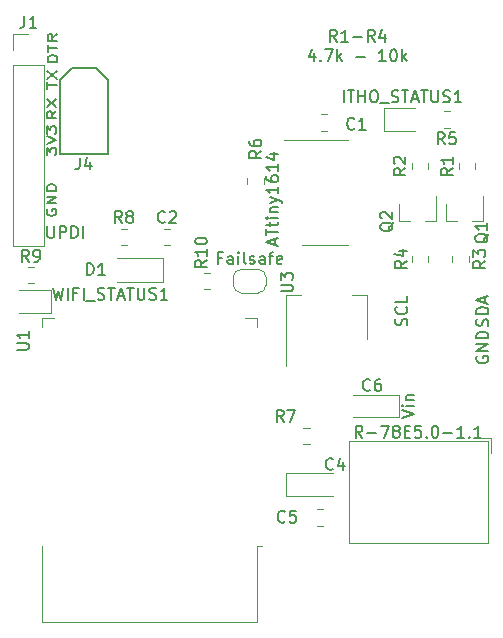
<source format=gto>
G04 #@! TF.GenerationSoftware,KiCad,Pcbnew,(5.1.9-0-10_14)*
G04 #@! TF.CreationDate,2021-01-13T19:52:55+01:00*
G04 #@! TF.ProjectId,ithowifi,6974686f-7769-4666-992e-6b696361645f,rev?*
G04 #@! TF.SameCoordinates,Original*
G04 #@! TF.FileFunction,Legend,Top*
G04 #@! TF.FilePolarity,Positive*
%FSLAX46Y46*%
G04 Gerber Fmt 4.6, Leading zero omitted, Abs format (unit mm)*
G04 Created by KiCad (PCBNEW (5.1.9-0-10_14)) date 2021-01-13 19:52:55*
%MOMM*%
%LPD*%
G01*
G04 APERTURE LIST*
%ADD10C,0.150000*%
%ADD11C,0.120000*%
G04 APERTURE END LIST*
D10*
X87331600Y-121259504D02*
X87293504Y-121354742D01*
X87293504Y-121497600D01*
X87331600Y-121640457D01*
X87407790Y-121735695D01*
X87483980Y-121783314D01*
X87636361Y-121830933D01*
X87750647Y-121830933D01*
X87903028Y-121783314D01*
X87979219Y-121735695D01*
X88055409Y-121640457D01*
X88093504Y-121497600D01*
X88093504Y-121402361D01*
X88055409Y-121259504D01*
X88017314Y-121211885D01*
X87750647Y-121211885D01*
X87750647Y-121402361D01*
X88093504Y-120783314D02*
X87293504Y-120783314D01*
X88093504Y-120211885D01*
X87293504Y-120211885D01*
X88093504Y-119735695D02*
X87293504Y-119735695D01*
X87293504Y-119497600D01*
X87331600Y-119354742D01*
X87407790Y-119259504D01*
X87483980Y-119211885D01*
X87636361Y-119164266D01*
X87750647Y-119164266D01*
X87903028Y-119211885D01*
X87979219Y-119259504D01*
X88055409Y-119354742D01*
X88093504Y-119497600D01*
X88093504Y-119735695D01*
X87268104Y-116681095D02*
X87268104Y-116062047D01*
X87572866Y-116395380D01*
X87572866Y-116252523D01*
X87610961Y-116157285D01*
X87649057Y-116109666D01*
X87725247Y-116062047D01*
X87915723Y-116062047D01*
X87991914Y-116109666D01*
X88030009Y-116157285D01*
X88068104Y-116252523D01*
X88068104Y-116538238D01*
X88030009Y-116633476D01*
X87991914Y-116681095D01*
X87268104Y-115776333D02*
X88068104Y-115443000D01*
X87268104Y-115109666D01*
X87268104Y-114871571D02*
X87268104Y-114252523D01*
X87572866Y-114585857D01*
X87572866Y-114443000D01*
X87610961Y-114347761D01*
X87649057Y-114300142D01*
X87725247Y-114252523D01*
X87915723Y-114252523D01*
X87991914Y-114300142D01*
X88030009Y-114347761D01*
X88068104Y-114443000D01*
X88068104Y-114728714D01*
X88030009Y-114823952D01*
X87991914Y-114871571D01*
X87325390Y-122693180D02*
X87325390Y-123502704D01*
X87373009Y-123597942D01*
X87420628Y-123645561D01*
X87515866Y-123693180D01*
X87706342Y-123693180D01*
X87801580Y-123645561D01*
X87849200Y-123597942D01*
X87896819Y-123502704D01*
X87896819Y-122693180D01*
X88373009Y-123693180D02*
X88373009Y-122693180D01*
X88753961Y-122693180D01*
X88849200Y-122740800D01*
X88896819Y-122788419D01*
X88944438Y-122883657D01*
X88944438Y-123026514D01*
X88896819Y-123121752D01*
X88849200Y-123169371D01*
X88753961Y-123216990D01*
X88373009Y-123216990D01*
X89373009Y-123693180D02*
X89373009Y-122693180D01*
X89611104Y-122693180D01*
X89753961Y-122740800D01*
X89849200Y-122836038D01*
X89896819Y-122931276D01*
X89944438Y-123121752D01*
X89944438Y-123264609D01*
X89896819Y-123455085D01*
X89849200Y-123550323D01*
X89753961Y-123645561D01*
X89611104Y-123693180D01*
X89373009Y-123693180D01*
X90373009Y-123693180D02*
X90373009Y-122693180D01*
X88093504Y-112968066D02*
X87712552Y-113301400D01*
X88093504Y-113539495D02*
X87293504Y-113539495D01*
X87293504Y-113158542D01*
X87331600Y-113063304D01*
X87369695Y-113015685D01*
X87445885Y-112968066D01*
X87560171Y-112968066D01*
X87636361Y-113015685D01*
X87674457Y-113063304D01*
X87712552Y-113158542D01*
X87712552Y-113539495D01*
X87293504Y-112634733D02*
X88093504Y-111968066D01*
X87293504Y-111968066D02*
X88093504Y-112634733D01*
X87318904Y-111048704D02*
X87318904Y-110477276D01*
X88118904Y-110762990D02*
X87318904Y-110762990D01*
X87318904Y-110239180D02*
X88118904Y-109572514D01*
X87318904Y-109572514D02*
X88118904Y-110239180D01*
X88144304Y-108788057D02*
X87344304Y-108788057D01*
X87344304Y-108549961D01*
X87382400Y-108407104D01*
X87458590Y-108311866D01*
X87534780Y-108264247D01*
X87687161Y-108216628D01*
X87801447Y-108216628D01*
X87953828Y-108264247D01*
X88030019Y-108311866D01*
X88106209Y-108407104D01*
X88144304Y-108549961D01*
X88144304Y-108788057D01*
X87344304Y-107930914D02*
X87344304Y-107359485D01*
X88144304Y-107645200D02*
X87344304Y-107645200D01*
X88144304Y-106454723D02*
X87763352Y-106788057D01*
X88144304Y-107026152D02*
X87344304Y-107026152D01*
X87344304Y-106645200D01*
X87382400Y-106549961D01*
X87420495Y-106502342D01*
X87496685Y-106454723D01*
X87610971Y-106454723D01*
X87687161Y-106502342D01*
X87725257Y-106549961D01*
X87763352Y-106645200D01*
X87763352Y-107026152D01*
X111839595Y-107082080D02*
X111506261Y-106605890D01*
X111268166Y-107082080D02*
X111268166Y-106082080D01*
X111649119Y-106082080D01*
X111744357Y-106129700D01*
X111791976Y-106177319D01*
X111839595Y-106272557D01*
X111839595Y-106415414D01*
X111791976Y-106510652D01*
X111744357Y-106558271D01*
X111649119Y-106605890D01*
X111268166Y-106605890D01*
X112791976Y-107082080D02*
X112220547Y-107082080D01*
X112506261Y-107082080D02*
X112506261Y-106082080D01*
X112411023Y-106224938D01*
X112315785Y-106320176D01*
X112220547Y-106367795D01*
X113220547Y-106701128D02*
X113982452Y-106701128D01*
X115030071Y-107082080D02*
X114696738Y-106605890D01*
X114458642Y-107082080D02*
X114458642Y-106082080D01*
X114839595Y-106082080D01*
X114934833Y-106129700D01*
X114982452Y-106177319D01*
X115030071Y-106272557D01*
X115030071Y-106415414D01*
X114982452Y-106510652D01*
X114934833Y-106558271D01*
X114839595Y-106605890D01*
X114458642Y-106605890D01*
X115887214Y-106415414D02*
X115887214Y-107082080D01*
X115649119Y-106034461D02*
X115411023Y-106748747D01*
X116030071Y-106748747D01*
X109934833Y-108065414D02*
X109934833Y-108732080D01*
X109696738Y-107684461D02*
X109458642Y-108398747D01*
X110077690Y-108398747D01*
X110458642Y-108636842D02*
X110506261Y-108684461D01*
X110458642Y-108732080D01*
X110411023Y-108684461D01*
X110458642Y-108636842D01*
X110458642Y-108732080D01*
X110839595Y-107732080D02*
X111506261Y-107732080D01*
X111077690Y-108732080D01*
X111887214Y-108732080D02*
X111887214Y-107732080D01*
X111982452Y-108351128D02*
X112268166Y-108732080D01*
X112268166Y-108065414D02*
X111887214Y-108446366D01*
X113458642Y-108351128D02*
X114220547Y-108351128D01*
X115982452Y-108732080D02*
X115411023Y-108732080D01*
X115696738Y-108732080D02*
X115696738Y-107732080D01*
X115601500Y-107874938D01*
X115506261Y-107970176D01*
X115411023Y-108017795D01*
X116601500Y-107732080D02*
X116696738Y-107732080D01*
X116791976Y-107779700D01*
X116839595Y-107827319D01*
X116887214Y-107922557D01*
X116934833Y-108113033D01*
X116934833Y-108351128D01*
X116887214Y-108541604D01*
X116839595Y-108636842D01*
X116791976Y-108684461D01*
X116696738Y-108732080D01*
X116601500Y-108732080D01*
X116506261Y-108684461D01*
X116458642Y-108636842D01*
X116411023Y-108541604D01*
X116363404Y-108351128D01*
X116363404Y-108113033D01*
X116411023Y-107922557D01*
X116458642Y-107827319D01*
X116506261Y-107779700D01*
X116601500Y-107732080D01*
X117363404Y-108732080D02*
X117363404Y-107732080D01*
X117458642Y-108351128D02*
X117744357Y-108732080D01*
X117744357Y-108065414D02*
X117363404Y-108446366D01*
X117346480Y-138920409D02*
X118346480Y-138587076D01*
X117346480Y-138253742D01*
X118346480Y-137920409D02*
X117679814Y-137920409D01*
X117346480Y-137920409D02*
X117394100Y-137968028D01*
X117441719Y-137920409D01*
X117394100Y-137872790D01*
X117346480Y-137920409D01*
X117441719Y-137920409D01*
X117679814Y-137444219D02*
X118346480Y-137444219D01*
X117775052Y-137444219D02*
X117727433Y-137396600D01*
X117679814Y-137301361D01*
X117679814Y-137158504D01*
X117727433Y-137063266D01*
X117822671Y-137015647D01*
X118346480Y-137015647D01*
X123706000Y-133730904D02*
X123658380Y-133826142D01*
X123658380Y-133969000D01*
X123706000Y-134111857D01*
X123801238Y-134207095D01*
X123896476Y-134254714D01*
X124086952Y-134302333D01*
X124229809Y-134302333D01*
X124420285Y-134254714D01*
X124515523Y-134207095D01*
X124610761Y-134111857D01*
X124658380Y-133969000D01*
X124658380Y-133873761D01*
X124610761Y-133730904D01*
X124563142Y-133683285D01*
X124229809Y-133683285D01*
X124229809Y-133873761D01*
X124658380Y-133254714D02*
X123658380Y-133254714D01*
X124658380Y-132683285D01*
X123658380Y-132683285D01*
X124658380Y-132207095D02*
X123658380Y-132207095D01*
X123658380Y-131969000D01*
X123706000Y-131826142D01*
X123801238Y-131730904D01*
X123896476Y-131683285D01*
X124086952Y-131635666D01*
X124229809Y-131635666D01*
X124420285Y-131683285D01*
X124515523Y-131730904D01*
X124610761Y-131826142D01*
X124658380Y-131969000D01*
X124658380Y-132207095D01*
X117752761Y-131111476D02*
X117800380Y-130968619D01*
X117800380Y-130730523D01*
X117752761Y-130635285D01*
X117705142Y-130587666D01*
X117609904Y-130540047D01*
X117514666Y-130540047D01*
X117419428Y-130587666D01*
X117371809Y-130635285D01*
X117324190Y-130730523D01*
X117276571Y-130921000D01*
X117228952Y-131016238D01*
X117181333Y-131063857D01*
X117086095Y-131111476D01*
X116990857Y-131111476D01*
X116895619Y-131063857D01*
X116848000Y-131016238D01*
X116800380Y-130921000D01*
X116800380Y-130682904D01*
X116848000Y-130540047D01*
X117705142Y-129540047D02*
X117752761Y-129587666D01*
X117800380Y-129730523D01*
X117800380Y-129825761D01*
X117752761Y-129968619D01*
X117657523Y-130063857D01*
X117562285Y-130111476D01*
X117371809Y-130159095D01*
X117228952Y-130159095D01*
X117038476Y-130111476D01*
X116943238Y-130063857D01*
X116848000Y-129968619D01*
X116800380Y-129825761D01*
X116800380Y-129730523D01*
X116848000Y-129587666D01*
X116895619Y-129540047D01*
X117800380Y-128635285D02*
X117800380Y-129111476D01*
X116800380Y-129111476D01*
X124610761Y-131135285D02*
X124658380Y-130992428D01*
X124658380Y-130754333D01*
X124610761Y-130659095D01*
X124563142Y-130611476D01*
X124467904Y-130563857D01*
X124372666Y-130563857D01*
X124277428Y-130611476D01*
X124229809Y-130659095D01*
X124182190Y-130754333D01*
X124134571Y-130944809D01*
X124086952Y-131040047D01*
X124039333Y-131087666D01*
X123944095Y-131135285D01*
X123848857Y-131135285D01*
X123753619Y-131087666D01*
X123706000Y-131040047D01*
X123658380Y-130944809D01*
X123658380Y-130706714D01*
X123706000Y-130563857D01*
X124658380Y-130135285D02*
X123658380Y-130135285D01*
X123658380Y-129897190D01*
X123706000Y-129754333D01*
X123801238Y-129659095D01*
X123896476Y-129611476D01*
X124086952Y-129563857D01*
X124229809Y-129563857D01*
X124420285Y-129611476D01*
X124515523Y-129659095D01*
X124610761Y-129754333D01*
X124658380Y-129897190D01*
X124658380Y-130135285D01*
X124372666Y-129182904D02*
X124372666Y-128706714D01*
X124658380Y-129278142D02*
X123658380Y-128944809D01*
X124658380Y-128611476D01*
X88366600Y-116560600D02*
X92430600Y-116560600D01*
X92430600Y-116560600D02*
X92430600Y-110337600D01*
X92430600Y-110337600D02*
X91414600Y-109321600D01*
X91414600Y-109321600D02*
X89382600Y-109321600D01*
X89382600Y-109321600D02*
X88366600Y-110337600D01*
X88366600Y-110337600D02*
X88366600Y-116560600D01*
D11*
X105097600Y-149805400D02*
X105477600Y-149805400D01*
X105097600Y-156225400D02*
X105097600Y-149805400D01*
X86857600Y-156225400D02*
X86857600Y-149805400D01*
X105097600Y-156225400D02*
X86857600Y-156225400D01*
X86857600Y-130480400D02*
X87857600Y-130480400D01*
X86857600Y-131260400D02*
X86857600Y-130480400D01*
X105097600Y-130480400D02*
X104097600Y-130480400D01*
X105097600Y-131260400D02*
X105097600Y-130480400D01*
X105155200Y-128355600D02*
X103755200Y-128355600D01*
X103055200Y-127655600D02*
X103055200Y-127055600D01*
X103755200Y-126355600D02*
X105155200Y-126355600D01*
X105855200Y-127055600D02*
X105855200Y-127655600D01*
X105855200Y-127655600D02*
G75*
G02*
X105155200Y-128355600I-700000J0D01*
G01*
X105155200Y-126355600D02*
G75*
G02*
X105855200Y-127055600I0J-700000D01*
G01*
X103055200Y-127055600D02*
G75*
G02*
X103755200Y-126355600I700000J0D01*
G01*
X103755200Y-128355600D02*
G75*
G02*
X103055200Y-127655600I0J700000D01*
G01*
X100607122Y-128065600D02*
X101124278Y-128065600D01*
X100607122Y-126645600D02*
X101124278Y-126645600D01*
X117134500Y-136961600D02*
X113224500Y-136961600D01*
X117134500Y-138831600D02*
X117134500Y-136961600D01*
X113224500Y-138831600D02*
X117134500Y-138831600D01*
X107570400Y-145511800D02*
X111480400Y-145511800D01*
X107570400Y-143641800D02*
X107570400Y-145511800D01*
X111480400Y-143641800D02*
X107570400Y-143641800D01*
X87610900Y-128122800D02*
X84925900Y-128122800D01*
X87610900Y-130042800D02*
X87610900Y-128122800D01*
X84925900Y-130042800D02*
X87610900Y-130042800D01*
X86184478Y-126137600D02*
X85667322Y-126137600D01*
X86184478Y-127557600D02*
X85667322Y-127557600D01*
X107537200Y-134503600D02*
X107537200Y-128493600D01*
X114357200Y-132253600D02*
X114357200Y-128493600D01*
X107537200Y-128493600D02*
X108797200Y-128493600D01*
X114357200Y-128493600D02*
X113097200Y-128493600D01*
X93541322Y-124331800D02*
X94058478Y-124331800D01*
X93541322Y-122911800D02*
X94058478Y-122911800D01*
X109012222Y-141172000D02*
X109529378Y-141172000D01*
X109012222Y-139752000D02*
X109529378Y-139752000D01*
X84395000Y-106467600D02*
X85725000Y-106467600D01*
X84395000Y-107797600D02*
X84395000Y-106467600D01*
X84395000Y-109067600D02*
X87055000Y-109067600D01*
X87055000Y-109067600D02*
X87055000Y-124367600D01*
X84395000Y-109067600D02*
X84395000Y-124367600D01*
X84395000Y-124367600D02*
X87055000Y-124367600D01*
X97120000Y-127415800D02*
X93220000Y-127415800D01*
X97120000Y-125415800D02*
X93220000Y-125415800D01*
X97120000Y-127415800D02*
X97120000Y-125415800D01*
X110178322Y-148080800D02*
X110695478Y-148080800D01*
X110178322Y-146660800D02*
X110695478Y-146660800D01*
X97716078Y-122911800D02*
X97198922Y-122911800D01*
X97716078Y-124331800D02*
X97198922Y-124331800D01*
X115790000Y-114625000D02*
X118475000Y-114625000D01*
X115790000Y-112705000D02*
X115790000Y-114625000D01*
X118475000Y-112705000D02*
X115790000Y-112705000D01*
X104217400Y-119153678D02*
X104217400Y-118636522D01*
X105637400Y-119153678D02*
X105637400Y-118636522D01*
X121388878Y-112955000D02*
X120871722Y-112955000D01*
X121388878Y-114375000D02*
X120871722Y-114375000D01*
X118162000Y-125217422D02*
X118162000Y-125734578D01*
X119582000Y-125217422D02*
X119582000Y-125734578D01*
X121591000Y-125217422D02*
X121591000Y-125734578D01*
X123011000Y-125217422D02*
X123011000Y-125734578D01*
X118162000Y-117365822D02*
X118162000Y-117882978D01*
X119582000Y-117365822D02*
X119582000Y-117882978D01*
X123569800Y-117882978D02*
X123569800Y-117365822D01*
X122149800Y-117882978D02*
X122149800Y-117365822D01*
X110462322Y-113234400D02*
X110979478Y-113234400D01*
X110462322Y-114654400D02*
X110979478Y-114654400D01*
X117078600Y-122299000D02*
X117078600Y-120839000D01*
X120238600Y-122299000D02*
X120238600Y-120139000D01*
X120238600Y-122299000D02*
X119308600Y-122299000D01*
X117078600Y-122299000D02*
X118008600Y-122299000D01*
X121076600Y-122299000D02*
X121076600Y-120839000D01*
X124236600Y-122299000D02*
X124236600Y-120139000D01*
X124236600Y-122299000D02*
X123306600Y-122299000D01*
X121076600Y-122299000D02*
X122006600Y-122299000D01*
X110809000Y-124297600D02*
X112759000Y-124297600D01*
X110809000Y-124297600D02*
X108859000Y-124297600D01*
X110809000Y-115427600D02*
X112759000Y-115427600D01*
X110809000Y-115427600D02*
X107359000Y-115427600D01*
X124870600Y-140651200D02*
X123630600Y-140651200D01*
X124870600Y-141891200D02*
X124870600Y-140651200D01*
X112909600Y-149511200D02*
X112909600Y-140891200D01*
X124630600Y-149511200D02*
X124630600Y-140891200D01*
X124630600Y-140891200D02*
X112909600Y-140891200D01*
X124630600Y-149511200D02*
X112909600Y-149511200D01*
D10*
X90052566Y-116901980D02*
X90052566Y-117616266D01*
X90004947Y-117759123D01*
X89909709Y-117854361D01*
X89766852Y-117901980D01*
X89671614Y-117901980D01*
X90957328Y-117235314D02*
X90957328Y-117901980D01*
X90719233Y-116854361D02*
X90481138Y-117568647D01*
X91100185Y-117568647D01*
X84732880Y-133172104D02*
X85542404Y-133172104D01*
X85637642Y-133124485D01*
X85685261Y-133076866D01*
X85732880Y-132981628D01*
X85732880Y-132791152D01*
X85685261Y-132695914D01*
X85637642Y-132648295D01*
X85542404Y-132600676D01*
X84732880Y-132600676D01*
X85732880Y-131600676D02*
X85732880Y-132172104D01*
X85732880Y-131886390D02*
X84732880Y-131886390D01*
X84875738Y-131981628D01*
X84970976Y-132076866D01*
X85018595Y-132172104D01*
X102074247Y-125384171D02*
X101740914Y-125384171D01*
X101740914Y-125907980D02*
X101740914Y-124907980D01*
X102217104Y-124907980D01*
X103026628Y-125907980D02*
X103026628Y-125384171D01*
X102979009Y-125288933D01*
X102883771Y-125241314D01*
X102693295Y-125241314D01*
X102598057Y-125288933D01*
X103026628Y-125860361D02*
X102931390Y-125907980D01*
X102693295Y-125907980D01*
X102598057Y-125860361D01*
X102550438Y-125765123D01*
X102550438Y-125669885D01*
X102598057Y-125574647D01*
X102693295Y-125527028D01*
X102931390Y-125527028D01*
X103026628Y-125479409D01*
X103502819Y-125907980D02*
X103502819Y-125241314D01*
X103502819Y-124907980D02*
X103455200Y-124955600D01*
X103502819Y-125003219D01*
X103550438Y-124955600D01*
X103502819Y-124907980D01*
X103502819Y-125003219D01*
X104121866Y-125907980D02*
X104026628Y-125860361D01*
X103979009Y-125765123D01*
X103979009Y-124907980D01*
X104455200Y-125860361D02*
X104550438Y-125907980D01*
X104740914Y-125907980D01*
X104836152Y-125860361D01*
X104883771Y-125765123D01*
X104883771Y-125717504D01*
X104836152Y-125622266D01*
X104740914Y-125574647D01*
X104598057Y-125574647D01*
X104502819Y-125527028D01*
X104455200Y-125431790D01*
X104455200Y-125384171D01*
X104502819Y-125288933D01*
X104598057Y-125241314D01*
X104740914Y-125241314D01*
X104836152Y-125288933D01*
X105740914Y-125907980D02*
X105740914Y-125384171D01*
X105693295Y-125288933D01*
X105598057Y-125241314D01*
X105407580Y-125241314D01*
X105312342Y-125288933D01*
X105740914Y-125860361D02*
X105645676Y-125907980D01*
X105407580Y-125907980D01*
X105312342Y-125860361D01*
X105264723Y-125765123D01*
X105264723Y-125669885D01*
X105312342Y-125574647D01*
X105407580Y-125527028D01*
X105645676Y-125527028D01*
X105740914Y-125479409D01*
X106074247Y-125241314D02*
X106455200Y-125241314D01*
X106217104Y-125907980D02*
X106217104Y-125050838D01*
X106264723Y-124955600D01*
X106359961Y-124907980D01*
X106455200Y-124907980D01*
X107169485Y-125860361D02*
X107074247Y-125907980D01*
X106883771Y-125907980D01*
X106788533Y-125860361D01*
X106740914Y-125765123D01*
X106740914Y-125384171D01*
X106788533Y-125288933D01*
X106883771Y-125241314D01*
X107074247Y-125241314D01*
X107169485Y-125288933D01*
X107217104Y-125384171D01*
X107217104Y-125479409D01*
X106740914Y-125574647D01*
X100833180Y-125585457D02*
X100356990Y-125918790D01*
X100833180Y-126156885D02*
X99833180Y-126156885D01*
X99833180Y-125775933D01*
X99880800Y-125680695D01*
X99928419Y-125633076D01*
X100023657Y-125585457D01*
X100166514Y-125585457D01*
X100261752Y-125633076D01*
X100309371Y-125680695D01*
X100356990Y-125775933D01*
X100356990Y-126156885D01*
X100833180Y-124633076D02*
X100833180Y-125204504D01*
X100833180Y-124918790D02*
X99833180Y-124918790D01*
X99976038Y-125014028D01*
X100071276Y-125109266D01*
X100118895Y-125204504D01*
X99833180Y-124014028D02*
X99833180Y-123918790D01*
X99880800Y-123823552D01*
X99928419Y-123775933D01*
X100023657Y-123728314D01*
X100214133Y-123680695D01*
X100452228Y-123680695D01*
X100642704Y-123728314D01*
X100737942Y-123775933D01*
X100785561Y-123823552D01*
X100833180Y-123918790D01*
X100833180Y-124014028D01*
X100785561Y-124109266D01*
X100737942Y-124156885D01*
X100642704Y-124204504D01*
X100452228Y-124252123D01*
X100214133Y-124252123D01*
X100023657Y-124204504D01*
X99928419Y-124156885D01*
X99880800Y-124109266D01*
X99833180Y-124014028D01*
X114657833Y-136551942D02*
X114610214Y-136599561D01*
X114467357Y-136647180D01*
X114372119Y-136647180D01*
X114229261Y-136599561D01*
X114134023Y-136504323D01*
X114086404Y-136409085D01*
X114038785Y-136218609D01*
X114038785Y-136075752D01*
X114086404Y-135885276D01*
X114134023Y-135790038D01*
X114229261Y-135694800D01*
X114372119Y-135647180D01*
X114467357Y-135647180D01*
X114610214Y-135694800D01*
X114657833Y-135742419D01*
X115514976Y-135647180D02*
X115324500Y-135647180D01*
X115229261Y-135694800D01*
X115181642Y-135742419D01*
X115086404Y-135885276D01*
X115038785Y-136075752D01*
X115038785Y-136456704D01*
X115086404Y-136551942D01*
X115134023Y-136599561D01*
X115229261Y-136647180D01*
X115419738Y-136647180D01*
X115514976Y-136599561D01*
X115562595Y-136551942D01*
X115610214Y-136456704D01*
X115610214Y-136218609D01*
X115562595Y-136123371D01*
X115514976Y-136075752D01*
X115419738Y-136028133D01*
X115229261Y-136028133D01*
X115134023Y-136075752D01*
X115086404Y-136123371D01*
X115038785Y-136218609D01*
X111517133Y-143257542D02*
X111469514Y-143305161D01*
X111326657Y-143352780D01*
X111231419Y-143352780D01*
X111088561Y-143305161D01*
X110993323Y-143209923D01*
X110945704Y-143114685D01*
X110898085Y-142924209D01*
X110898085Y-142781352D01*
X110945704Y-142590876D01*
X110993323Y-142495638D01*
X111088561Y-142400400D01*
X111231419Y-142352780D01*
X111326657Y-142352780D01*
X111469514Y-142400400D01*
X111517133Y-142448019D01*
X112374276Y-142686114D02*
X112374276Y-143352780D01*
X112136180Y-142305161D02*
X111898085Y-143019447D01*
X112517133Y-143019447D01*
X87827457Y-127925580D02*
X88065552Y-128925580D01*
X88256028Y-128211295D01*
X88446504Y-128925580D01*
X88684600Y-127925580D01*
X89065552Y-128925580D02*
X89065552Y-127925580D01*
X89875076Y-128401771D02*
X89541742Y-128401771D01*
X89541742Y-128925580D02*
X89541742Y-127925580D01*
X90017933Y-127925580D01*
X90398885Y-128925580D02*
X90398885Y-127925580D01*
X90636980Y-129020819D02*
X91398885Y-129020819D01*
X91589361Y-128877961D02*
X91732219Y-128925580D01*
X91970314Y-128925580D01*
X92065552Y-128877961D01*
X92113171Y-128830342D01*
X92160790Y-128735104D01*
X92160790Y-128639866D01*
X92113171Y-128544628D01*
X92065552Y-128497009D01*
X91970314Y-128449390D01*
X91779838Y-128401771D01*
X91684600Y-128354152D01*
X91636980Y-128306533D01*
X91589361Y-128211295D01*
X91589361Y-128116057D01*
X91636980Y-128020819D01*
X91684600Y-127973200D01*
X91779838Y-127925580D01*
X92017933Y-127925580D01*
X92160790Y-127973200D01*
X92446504Y-127925580D02*
X93017933Y-127925580D01*
X92732219Y-128925580D02*
X92732219Y-127925580D01*
X93303647Y-128639866D02*
X93779838Y-128639866D01*
X93208409Y-128925580D02*
X93541742Y-127925580D01*
X93875076Y-128925580D01*
X94065552Y-127925580D02*
X94636980Y-127925580D01*
X94351266Y-128925580D02*
X94351266Y-127925580D01*
X94970314Y-127925580D02*
X94970314Y-128735104D01*
X95017933Y-128830342D01*
X95065552Y-128877961D01*
X95160790Y-128925580D01*
X95351266Y-128925580D01*
X95446504Y-128877961D01*
X95494123Y-128830342D01*
X95541742Y-128735104D01*
X95541742Y-127925580D01*
X95970314Y-128877961D02*
X96113171Y-128925580D01*
X96351266Y-128925580D01*
X96446504Y-128877961D01*
X96494123Y-128830342D01*
X96541742Y-128735104D01*
X96541742Y-128639866D01*
X96494123Y-128544628D01*
X96446504Y-128497009D01*
X96351266Y-128449390D01*
X96160790Y-128401771D01*
X96065552Y-128354152D01*
X96017933Y-128306533D01*
X95970314Y-128211295D01*
X95970314Y-128116057D01*
X96017933Y-128020819D01*
X96065552Y-127973200D01*
X96160790Y-127925580D01*
X96398885Y-127925580D01*
X96541742Y-127973200D01*
X97494123Y-128925580D02*
X96922695Y-128925580D01*
X97208409Y-128925580D02*
X97208409Y-127925580D01*
X97113171Y-128068438D01*
X97017933Y-128163676D01*
X96922695Y-128211295D01*
X85759233Y-125699780D02*
X85425900Y-125223590D01*
X85187804Y-125699780D02*
X85187804Y-124699780D01*
X85568757Y-124699780D01*
X85663995Y-124747400D01*
X85711614Y-124795019D01*
X85759233Y-124890257D01*
X85759233Y-125033114D01*
X85711614Y-125128352D01*
X85663995Y-125175971D01*
X85568757Y-125223590D01*
X85187804Y-125223590D01*
X86235423Y-125699780D02*
X86425900Y-125699780D01*
X86521138Y-125652161D01*
X86568757Y-125604542D01*
X86663995Y-125461685D01*
X86711614Y-125271209D01*
X86711614Y-124890257D01*
X86663995Y-124795019D01*
X86616376Y-124747400D01*
X86521138Y-124699780D01*
X86330661Y-124699780D01*
X86235423Y-124747400D01*
X86187804Y-124795019D01*
X86140185Y-124890257D01*
X86140185Y-125128352D01*
X86187804Y-125223590D01*
X86235423Y-125271209D01*
X86330661Y-125318828D01*
X86521138Y-125318828D01*
X86616376Y-125271209D01*
X86663995Y-125223590D01*
X86711614Y-125128352D01*
X107097580Y-128219104D02*
X107907104Y-128219104D01*
X108002342Y-128171485D01*
X108049961Y-128123866D01*
X108097580Y-128028628D01*
X108097580Y-127838152D01*
X108049961Y-127742914D01*
X108002342Y-127695295D01*
X107907104Y-127647676D01*
X107097580Y-127647676D01*
X107097580Y-127266723D02*
X107097580Y-126647676D01*
X107478533Y-126981009D01*
X107478533Y-126838152D01*
X107526152Y-126742914D01*
X107573771Y-126695295D01*
X107669009Y-126647676D01*
X107907104Y-126647676D01*
X108002342Y-126695295D01*
X108049961Y-126742914D01*
X108097580Y-126838152D01*
X108097580Y-127123866D01*
X108049961Y-127219104D01*
X108002342Y-127266723D01*
X93633233Y-122424180D02*
X93299900Y-121947990D01*
X93061804Y-122424180D02*
X93061804Y-121424180D01*
X93442757Y-121424180D01*
X93537995Y-121471800D01*
X93585614Y-121519419D01*
X93633233Y-121614657D01*
X93633233Y-121757514D01*
X93585614Y-121852752D01*
X93537995Y-121900371D01*
X93442757Y-121947990D01*
X93061804Y-121947990D01*
X94204661Y-121852752D02*
X94109423Y-121805133D01*
X94061804Y-121757514D01*
X94014185Y-121662276D01*
X94014185Y-121614657D01*
X94061804Y-121519419D01*
X94109423Y-121471800D01*
X94204661Y-121424180D01*
X94395138Y-121424180D01*
X94490376Y-121471800D01*
X94537995Y-121519419D01*
X94585614Y-121614657D01*
X94585614Y-121662276D01*
X94537995Y-121757514D01*
X94490376Y-121805133D01*
X94395138Y-121852752D01*
X94204661Y-121852752D01*
X94109423Y-121900371D01*
X94061804Y-121947990D01*
X94014185Y-122043228D01*
X94014185Y-122233704D01*
X94061804Y-122328942D01*
X94109423Y-122376561D01*
X94204661Y-122424180D01*
X94395138Y-122424180D01*
X94490376Y-122376561D01*
X94537995Y-122328942D01*
X94585614Y-122233704D01*
X94585614Y-122043228D01*
X94537995Y-121947990D01*
X94490376Y-121900371D01*
X94395138Y-121852752D01*
X107326133Y-139263380D02*
X106992800Y-138787190D01*
X106754704Y-139263380D02*
X106754704Y-138263380D01*
X107135657Y-138263380D01*
X107230895Y-138311000D01*
X107278514Y-138358619D01*
X107326133Y-138453857D01*
X107326133Y-138596714D01*
X107278514Y-138691952D01*
X107230895Y-138739571D01*
X107135657Y-138787190D01*
X106754704Y-138787190D01*
X107659466Y-138263380D02*
X108326133Y-138263380D01*
X107897561Y-139263380D01*
X85391666Y-104919980D02*
X85391666Y-105634266D01*
X85344047Y-105777123D01*
X85248809Y-105872361D01*
X85105952Y-105919980D01*
X85010714Y-105919980D01*
X86391666Y-105919980D02*
X85820238Y-105919980D01*
X86105952Y-105919980D02*
X86105952Y-104919980D01*
X86010714Y-105062838D01*
X85915476Y-105158076D01*
X85820238Y-105205695D01*
X90676504Y-126842780D02*
X90676504Y-125842780D01*
X90914600Y-125842780D01*
X91057457Y-125890400D01*
X91152695Y-125985638D01*
X91200314Y-126080876D01*
X91247933Y-126271352D01*
X91247933Y-126414209D01*
X91200314Y-126604685D01*
X91152695Y-126699923D01*
X91057457Y-126795161D01*
X90914600Y-126842780D01*
X90676504Y-126842780D01*
X92200314Y-126842780D02*
X91628885Y-126842780D01*
X91914600Y-126842780D02*
X91914600Y-125842780D01*
X91819361Y-125985638D01*
X91724123Y-126080876D01*
X91628885Y-126128495D01*
X107453133Y-147702542D02*
X107405514Y-147750161D01*
X107262657Y-147797780D01*
X107167419Y-147797780D01*
X107024561Y-147750161D01*
X106929323Y-147654923D01*
X106881704Y-147559685D01*
X106834085Y-147369209D01*
X106834085Y-147226352D01*
X106881704Y-147035876D01*
X106929323Y-146940638D01*
X107024561Y-146845400D01*
X107167419Y-146797780D01*
X107262657Y-146797780D01*
X107405514Y-146845400D01*
X107453133Y-146893019D01*
X108357895Y-146797780D02*
X107881704Y-146797780D01*
X107834085Y-147273971D01*
X107881704Y-147226352D01*
X107976942Y-147178733D01*
X108215038Y-147178733D01*
X108310276Y-147226352D01*
X108357895Y-147273971D01*
X108405514Y-147369209D01*
X108405514Y-147607304D01*
X108357895Y-147702542D01*
X108310276Y-147750161D01*
X108215038Y-147797780D01*
X107976942Y-147797780D01*
X107881704Y-147750161D01*
X107834085Y-147702542D01*
X97290833Y-122327942D02*
X97243214Y-122375561D01*
X97100357Y-122423180D01*
X97005119Y-122423180D01*
X96862261Y-122375561D01*
X96767023Y-122280323D01*
X96719404Y-122185085D01*
X96671785Y-121994609D01*
X96671785Y-121851752D01*
X96719404Y-121661276D01*
X96767023Y-121566038D01*
X96862261Y-121470800D01*
X97005119Y-121423180D01*
X97100357Y-121423180D01*
X97243214Y-121470800D01*
X97290833Y-121518419D01*
X97671785Y-121518419D02*
X97719404Y-121470800D01*
X97814642Y-121423180D01*
X98052738Y-121423180D01*
X98147976Y-121470800D01*
X98195595Y-121518419D01*
X98243214Y-121613657D01*
X98243214Y-121708895D01*
X98195595Y-121851752D01*
X97624166Y-122423180D01*
X98243214Y-122423180D01*
X112421019Y-112212380D02*
X112421019Y-111212380D01*
X112754352Y-111212380D02*
X113325780Y-111212380D01*
X113040066Y-112212380D02*
X113040066Y-111212380D01*
X113659114Y-112212380D02*
X113659114Y-111212380D01*
X113659114Y-111688571D02*
X114230542Y-111688571D01*
X114230542Y-112212380D02*
X114230542Y-111212380D01*
X114897209Y-111212380D02*
X115087685Y-111212380D01*
X115182923Y-111260000D01*
X115278161Y-111355238D01*
X115325780Y-111545714D01*
X115325780Y-111879047D01*
X115278161Y-112069523D01*
X115182923Y-112164761D01*
X115087685Y-112212380D01*
X114897209Y-112212380D01*
X114801971Y-112164761D01*
X114706733Y-112069523D01*
X114659114Y-111879047D01*
X114659114Y-111545714D01*
X114706733Y-111355238D01*
X114801971Y-111260000D01*
X114897209Y-111212380D01*
X115516257Y-112307619D02*
X116278161Y-112307619D01*
X116468638Y-112164761D02*
X116611495Y-112212380D01*
X116849590Y-112212380D01*
X116944828Y-112164761D01*
X116992447Y-112117142D01*
X117040066Y-112021904D01*
X117040066Y-111926666D01*
X116992447Y-111831428D01*
X116944828Y-111783809D01*
X116849590Y-111736190D01*
X116659114Y-111688571D01*
X116563876Y-111640952D01*
X116516257Y-111593333D01*
X116468638Y-111498095D01*
X116468638Y-111402857D01*
X116516257Y-111307619D01*
X116563876Y-111260000D01*
X116659114Y-111212380D01*
X116897209Y-111212380D01*
X117040066Y-111260000D01*
X117325780Y-111212380D02*
X117897209Y-111212380D01*
X117611495Y-112212380D02*
X117611495Y-111212380D01*
X118182923Y-111926666D02*
X118659114Y-111926666D01*
X118087685Y-112212380D02*
X118421019Y-111212380D01*
X118754352Y-112212380D01*
X118944828Y-111212380D02*
X119516257Y-111212380D01*
X119230542Y-112212380D02*
X119230542Y-111212380D01*
X119849590Y-111212380D02*
X119849590Y-112021904D01*
X119897209Y-112117142D01*
X119944828Y-112164761D01*
X120040066Y-112212380D01*
X120230542Y-112212380D01*
X120325780Y-112164761D01*
X120373400Y-112117142D01*
X120421019Y-112021904D01*
X120421019Y-111212380D01*
X120849590Y-112164761D02*
X120992447Y-112212380D01*
X121230542Y-112212380D01*
X121325780Y-112164761D01*
X121373400Y-112117142D01*
X121421019Y-112021904D01*
X121421019Y-111926666D01*
X121373400Y-111831428D01*
X121325780Y-111783809D01*
X121230542Y-111736190D01*
X121040066Y-111688571D01*
X120944828Y-111640952D01*
X120897209Y-111593333D01*
X120849590Y-111498095D01*
X120849590Y-111402857D01*
X120897209Y-111307619D01*
X120944828Y-111260000D01*
X121040066Y-111212380D01*
X121278161Y-111212380D01*
X121421019Y-111260000D01*
X122373400Y-112212380D02*
X121801971Y-112212380D01*
X122087685Y-112212380D02*
X122087685Y-111212380D01*
X121992447Y-111355238D01*
X121897209Y-111450476D01*
X121801971Y-111498095D01*
X105430580Y-116321366D02*
X104954390Y-116654700D01*
X105430580Y-116892795D02*
X104430580Y-116892795D01*
X104430580Y-116511842D01*
X104478200Y-116416604D01*
X104525819Y-116368985D01*
X104621057Y-116321366D01*
X104763914Y-116321366D01*
X104859152Y-116368985D01*
X104906771Y-116416604D01*
X104954390Y-116511842D01*
X104954390Y-116892795D01*
X104430580Y-115464223D02*
X104430580Y-115654700D01*
X104478200Y-115749938D01*
X104525819Y-115797557D01*
X104668676Y-115892795D01*
X104859152Y-115940414D01*
X105240104Y-115940414D01*
X105335342Y-115892795D01*
X105382961Y-115845176D01*
X105430580Y-115749938D01*
X105430580Y-115559461D01*
X105382961Y-115464223D01*
X105335342Y-115416604D01*
X105240104Y-115368985D01*
X105002009Y-115368985D01*
X104906771Y-115416604D01*
X104859152Y-115464223D01*
X104811533Y-115559461D01*
X104811533Y-115749938D01*
X104859152Y-115845176D01*
X104906771Y-115892795D01*
X105002009Y-115940414D01*
X120963633Y-115767380D02*
X120630300Y-115291190D01*
X120392204Y-115767380D02*
X120392204Y-114767380D01*
X120773157Y-114767380D01*
X120868395Y-114815000D01*
X120916014Y-114862619D01*
X120963633Y-114957857D01*
X120963633Y-115100714D01*
X120916014Y-115195952D01*
X120868395Y-115243571D01*
X120773157Y-115291190D01*
X120392204Y-115291190D01*
X121868395Y-114767380D02*
X121392204Y-114767380D01*
X121344585Y-115243571D01*
X121392204Y-115195952D01*
X121487442Y-115148333D01*
X121725538Y-115148333D01*
X121820776Y-115195952D01*
X121868395Y-115243571D01*
X121916014Y-115338809D01*
X121916014Y-115576904D01*
X121868395Y-115672142D01*
X121820776Y-115719761D01*
X121725538Y-115767380D01*
X121487442Y-115767380D01*
X121392204Y-115719761D01*
X121344585Y-115672142D01*
X117749580Y-125642666D02*
X117273390Y-125976000D01*
X117749580Y-126214095D02*
X116749580Y-126214095D01*
X116749580Y-125833142D01*
X116797200Y-125737904D01*
X116844819Y-125690285D01*
X116940057Y-125642666D01*
X117082914Y-125642666D01*
X117178152Y-125690285D01*
X117225771Y-125737904D01*
X117273390Y-125833142D01*
X117273390Y-126214095D01*
X117082914Y-124785523D02*
X117749580Y-124785523D01*
X116701961Y-125023619D02*
X117416247Y-125261714D01*
X117416247Y-124642666D01*
X124403380Y-125642666D02*
X123927190Y-125976000D01*
X124403380Y-126214095D02*
X123403380Y-126214095D01*
X123403380Y-125833142D01*
X123451000Y-125737904D01*
X123498619Y-125690285D01*
X123593857Y-125642666D01*
X123736714Y-125642666D01*
X123831952Y-125690285D01*
X123879571Y-125737904D01*
X123927190Y-125833142D01*
X123927190Y-126214095D01*
X123403380Y-125309333D02*
X123403380Y-124690285D01*
X123784333Y-125023619D01*
X123784333Y-124880761D01*
X123831952Y-124785523D01*
X123879571Y-124737904D01*
X123974809Y-124690285D01*
X124212904Y-124690285D01*
X124308142Y-124737904D01*
X124355761Y-124785523D01*
X124403380Y-124880761D01*
X124403380Y-125166476D01*
X124355761Y-125261714D01*
X124308142Y-125309333D01*
X117647980Y-117781366D02*
X117171790Y-118114700D01*
X117647980Y-118352795D02*
X116647980Y-118352795D01*
X116647980Y-117971842D01*
X116695600Y-117876604D01*
X116743219Y-117828985D01*
X116838457Y-117781366D01*
X116981314Y-117781366D01*
X117076552Y-117828985D01*
X117124171Y-117876604D01*
X117171790Y-117971842D01*
X117171790Y-118352795D01*
X116743219Y-117400414D02*
X116695600Y-117352795D01*
X116647980Y-117257557D01*
X116647980Y-117019461D01*
X116695600Y-116924223D01*
X116743219Y-116876604D01*
X116838457Y-116828985D01*
X116933695Y-116828985D01*
X117076552Y-116876604D01*
X117647980Y-117448033D01*
X117647980Y-116828985D01*
X121662180Y-117791066D02*
X121185990Y-118124400D01*
X121662180Y-118362495D02*
X120662180Y-118362495D01*
X120662180Y-117981542D01*
X120709800Y-117886304D01*
X120757419Y-117838685D01*
X120852657Y-117791066D01*
X120995514Y-117791066D01*
X121090752Y-117838685D01*
X121138371Y-117886304D01*
X121185990Y-117981542D01*
X121185990Y-118362495D01*
X121662180Y-116838685D02*
X121662180Y-117410114D01*
X121662180Y-117124400D02*
X120662180Y-117124400D01*
X120805038Y-117219638D01*
X120900276Y-117314876D01*
X120947895Y-117410114D01*
X113320533Y-114428542D02*
X113272914Y-114476161D01*
X113130057Y-114523780D01*
X113034819Y-114523780D01*
X112891961Y-114476161D01*
X112796723Y-114380923D01*
X112749104Y-114285685D01*
X112701485Y-114095209D01*
X112701485Y-113952352D01*
X112749104Y-113761876D01*
X112796723Y-113666638D01*
X112891961Y-113571400D01*
X113034819Y-113523780D01*
X113130057Y-113523780D01*
X113272914Y-113571400D01*
X113320533Y-113619019D01*
X114272914Y-114523780D02*
X113701485Y-114523780D01*
X113987200Y-114523780D02*
X113987200Y-113523780D01*
X113891961Y-113666638D01*
X113796723Y-113761876D01*
X113701485Y-113809495D01*
X116622219Y-122380238D02*
X116574600Y-122475476D01*
X116479361Y-122570714D01*
X116336504Y-122713571D01*
X116288885Y-122808809D01*
X116288885Y-122904047D01*
X116526980Y-122856428D02*
X116479361Y-122951666D01*
X116384123Y-123046904D01*
X116193647Y-123094523D01*
X115860314Y-123094523D01*
X115669838Y-123046904D01*
X115574600Y-122951666D01*
X115526980Y-122856428D01*
X115526980Y-122665952D01*
X115574600Y-122570714D01*
X115669838Y-122475476D01*
X115860314Y-122427857D01*
X116193647Y-122427857D01*
X116384123Y-122475476D01*
X116479361Y-122570714D01*
X116526980Y-122665952D01*
X116526980Y-122856428D01*
X115622219Y-122046904D02*
X115574600Y-121999285D01*
X115526980Y-121904047D01*
X115526980Y-121665952D01*
X115574600Y-121570714D01*
X115622219Y-121523095D01*
X115717457Y-121475476D01*
X115812695Y-121475476D01*
X115955552Y-121523095D01*
X116526980Y-122094523D01*
X116526980Y-121475476D01*
X124664719Y-123348738D02*
X124617100Y-123443976D01*
X124521861Y-123539214D01*
X124379004Y-123682071D01*
X124331385Y-123777309D01*
X124331385Y-123872547D01*
X124569480Y-123824928D02*
X124521861Y-123920166D01*
X124426623Y-124015404D01*
X124236147Y-124063023D01*
X123902814Y-124063023D01*
X123712338Y-124015404D01*
X123617100Y-123920166D01*
X123569480Y-123824928D01*
X123569480Y-123634452D01*
X123617100Y-123539214D01*
X123712338Y-123443976D01*
X123902814Y-123396357D01*
X124236147Y-123396357D01*
X124426623Y-123443976D01*
X124521861Y-123539214D01*
X124569480Y-123634452D01*
X124569480Y-123824928D01*
X124569480Y-122443976D02*
X124569480Y-123015404D01*
X124569480Y-122729690D02*
X123569480Y-122729690D01*
X123712338Y-122824928D01*
X123807576Y-122920166D01*
X123855195Y-123015404D01*
X106592666Y-124251552D02*
X106592666Y-123775361D01*
X106878380Y-124346790D02*
X105878380Y-124013457D01*
X106878380Y-123680123D01*
X105878380Y-123489647D02*
X105878380Y-122918219D01*
X106878380Y-123203933D02*
X105878380Y-123203933D01*
X106211714Y-122727742D02*
X106211714Y-122346790D01*
X105878380Y-122584885D02*
X106735523Y-122584885D01*
X106830761Y-122537266D01*
X106878380Y-122442028D01*
X106878380Y-122346790D01*
X106878380Y-122013457D02*
X106211714Y-122013457D01*
X105878380Y-122013457D02*
X105926000Y-122061076D01*
X105973619Y-122013457D01*
X105926000Y-121965838D01*
X105878380Y-122013457D01*
X105973619Y-122013457D01*
X106211714Y-121537266D02*
X106878380Y-121537266D01*
X106306952Y-121537266D02*
X106259333Y-121489647D01*
X106211714Y-121394409D01*
X106211714Y-121251552D01*
X106259333Y-121156314D01*
X106354571Y-121108695D01*
X106878380Y-121108695D01*
X106211714Y-120727742D02*
X106878380Y-120489647D01*
X106211714Y-120251552D02*
X106878380Y-120489647D01*
X107116476Y-120584885D01*
X107164095Y-120632504D01*
X107211714Y-120727742D01*
X106878380Y-119346790D02*
X106878380Y-119918219D01*
X106878380Y-119632504D02*
X105878380Y-119632504D01*
X106021238Y-119727742D01*
X106116476Y-119822980D01*
X106164095Y-119918219D01*
X105878380Y-118489647D02*
X105878380Y-118680123D01*
X105926000Y-118775361D01*
X105973619Y-118822980D01*
X106116476Y-118918219D01*
X106306952Y-118965838D01*
X106687904Y-118965838D01*
X106783142Y-118918219D01*
X106830761Y-118870600D01*
X106878380Y-118775361D01*
X106878380Y-118584885D01*
X106830761Y-118489647D01*
X106783142Y-118442028D01*
X106687904Y-118394409D01*
X106449809Y-118394409D01*
X106354571Y-118442028D01*
X106306952Y-118489647D01*
X106259333Y-118584885D01*
X106259333Y-118775361D01*
X106306952Y-118870600D01*
X106354571Y-118918219D01*
X106449809Y-118965838D01*
X106878380Y-117442028D02*
X106878380Y-118013457D01*
X106878380Y-117727742D02*
X105878380Y-117727742D01*
X106021238Y-117822980D01*
X106116476Y-117918219D01*
X106164095Y-118013457D01*
X106211714Y-116584885D02*
X106878380Y-116584885D01*
X105830761Y-116822980D02*
X106545047Y-117061076D01*
X106545047Y-116442028D01*
X114005314Y-140609580D02*
X113671980Y-140133390D01*
X113433885Y-140609580D02*
X113433885Y-139609580D01*
X113814838Y-139609580D01*
X113910076Y-139657200D01*
X113957695Y-139704819D01*
X114005314Y-139800057D01*
X114005314Y-139942914D01*
X113957695Y-140038152D01*
X113910076Y-140085771D01*
X113814838Y-140133390D01*
X113433885Y-140133390D01*
X114433885Y-140228628D02*
X115195790Y-140228628D01*
X115576742Y-139609580D02*
X116243409Y-139609580D01*
X115814838Y-140609580D01*
X116767219Y-140038152D02*
X116671980Y-139990533D01*
X116624361Y-139942914D01*
X116576742Y-139847676D01*
X116576742Y-139800057D01*
X116624361Y-139704819D01*
X116671980Y-139657200D01*
X116767219Y-139609580D01*
X116957695Y-139609580D01*
X117052933Y-139657200D01*
X117100552Y-139704819D01*
X117148171Y-139800057D01*
X117148171Y-139847676D01*
X117100552Y-139942914D01*
X117052933Y-139990533D01*
X116957695Y-140038152D01*
X116767219Y-140038152D01*
X116671980Y-140085771D01*
X116624361Y-140133390D01*
X116576742Y-140228628D01*
X116576742Y-140419104D01*
X116624361Y-140514342D01*
X116671980Y-140561961D01*
X116767219Y-140609580D01*
X116957695Y-140609580D01*
X117052933Y-140561961D01*
X117100552Y-140514342D01*
X117148171Y-140419104D01*
X117148171Y-140228628D01*
X117100552Y-140133390D01*
X117052933Y-140085771D01*
X116957695Y-140038152D01*
X117576742Y-140085771D02*
X117910076Y-140085771D01*
X118052933Y-140609580D02*
X117576742Y-140609580D01*
X117576742Y-139609580D01*
X118052933Y-139609580D01*
X118957695Y-139609580D02*
X118481504Y-139609580D01*
X118433885Y-140085771D01*
X118481504Y-140038152D01*
X118576742Y-139990533D01*
X118814838Y-139990533D01*
X118910076Y-140038152D01*
X118957695Y-140085771D01*
X119005314Y-140181009D01*
X119005314Y-140419104D01*
X118957695Y-140514342D01*
X118910076Y-140561961D01*
X118814838Y-140609580D01*
X118576742Y-140609580D01*
X118481504Y-140561961D01*
X118433885Y-140514342D01*
X119433885Y-140514342D02*
X119481504Y-140561961D01*
X119433885Y-140609580D01*
X119386266Y-140561961D01*
X119433885Y-140514342D01*
X119433885Y-140609580D01*
X120100552Y-139609580D02*
X120195790Y-139609580D01*
X120291028Y-139657200D01*
X120338647Y-139704819D01*
X120386266Y-139800057D01*
X120433885Y-139990533D01*
X120433885Y-140228628D01*
X120386266Y-140419104D01*
X120338647Y-140514342D01*
X120291028Y-140561961D01*
X120195790Y-140609580D01*
X120100552Y-140609580D01*
X120005314Y-140561961D01*
X119957695Y-140514342D01*
X119910076Y-140419104D01*
X119862457Y-140228628D01*
X119862457Y-139990533D01*
X119910076Y-139800057D01*
X119957695Y-139704819D01*
X120005314Y-139657200D01*
X120100552Y-139609580D01*
X120862457Y-140228628D02*
X121624361Y-140228628D01*
X122624361Y-140609580D02*
X122052933Y-140609580D01*
X122338647Y-140609580D02*
X122338647Y-139609580D01*
X122243409Y-139752438D01*
X122148171Y-139847676D01*
X122052933Y-139895295D01*
X123052933Y-140514342D02*
X123100552Y-140561961D01*
X123052933Y-140609580D01*
X123005314Y-140561961D01*
X123052933Y-140514342D01*
X123052933Y-140609580D01*
X124052933Y-140609580D02*
X123481504Y-140609580D01*
X123767219Y-140609580D02*
X123767219Y-139609580D01*
X123671980Y-139752438D01*
X123576742Y-139847676D01*
X123481504Y-139895295D01*
M02*

</source>
